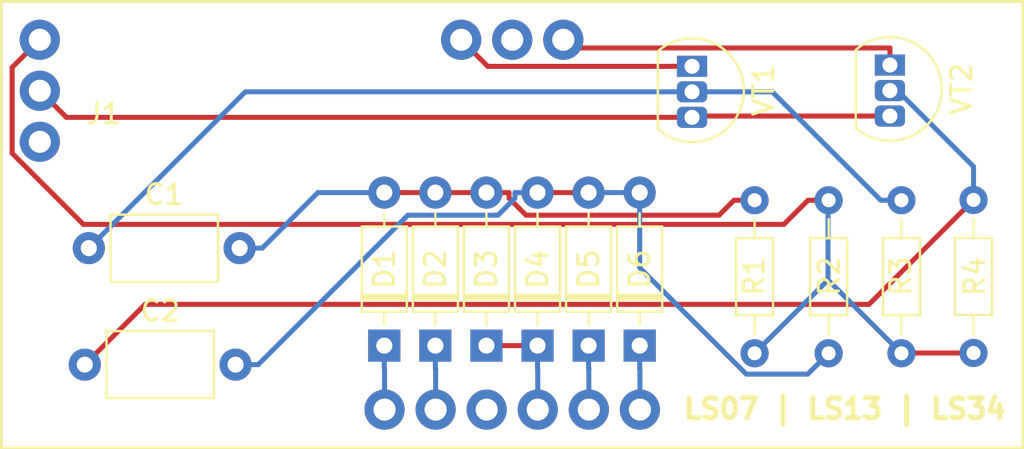
<source format=kicad_pcb>
(kicad_pcb (version 20171130) (host pcbnew "(5.0.0)")

  (general
    (thickness 1.6)
    (drawings 1)
    (tracks 75)
    (zones 0)
    (modules 15)
    (nets 14)
  )

  (page A4)
  (layers
    (0 F.Cu signal)
    (31 B.Cu signal)
    (32 B.Adhes user)
    (33 F.Adhes user)
    (34 B.Paste user)
    (35 F.Paste user)
    (36 B.SilkS user)
    (37 F.SilkS user)
    (38 B.Mask user)
    (39 F.Mask user)
    (40 Dwgs.User user)
    (41 Cmts.User user)
    (42 Eco1.User user)
    (43 Eco2.User user)
    (44 Edge.Cuts user)
    (45 Margin user)
    (46 B.CrtYd user)
    (47 F.CrtYd user)
    (48 B.Fab user)
    (49 F.Fab user hide)
  )

  (setup
    (last_trace_width 0.25)
    (trace_clearance 0.2)
    (zone_clearance 0.508)
    (zone_45_only no)
    (trace_min 0.2)
    (segment_width 0.2)
    (edge_width 0.1)
    (via_size 0.8)
    (via_drill 0.4)
    (via_min_size 0.4)
    (via_min_drill 0.3)
    (uvia_size 0.3)
    (uvia_drill 0.1)
    (uvias_allowed no)
    (uvia_min_size 0.2)
    (uvia_min_drill 0.1)
    (pcb_text_width 0.3)
    (pcb_text_size 1.5 1.5)
    (mod_edge_width 0.15)
    (mod_text_size 1 1)
    (mod_text_width 0.15)
    (pad_size 1.5 1.5)
    (pad_drill 0.6)
    (pad_to_mask_clearance 0)
    (aux_axis_origin 0 0)
    (visible_elements 7FFFFFFF)
    (pcbplotparams
      (layerselection 0x010fc_ffffffff)
      (usegerberextensions false)
      (usegerberattributes false)
      (usegerberadvancedattributes false)
      (creategerberjobfile false)
      (excludeedgelayer true)
      (linewidth 0.100000)
      (plotframeref false)
      (viasonmask false)
      (mode 1)
      (useauxorigin false)
      (hpglpennumber 1)
      (hpglpenspeed 20)
      (hpglpendiameter 15.000000)
      (psnegative false)
      (psa4output false)
      (plotreference true)
      (plotvalue true)
      (plotinvisibletext false)
      (padsonsilk false)
      (subtractmaskfromsilk false)
      (outputformat 1)
      (mirror false)
      (drillshape 0)
      (scaleselection 1)
      (outputdirectory "Gerber/"))
  )

  (net 0 "")
  (net 1 1)
  (net 2 2)
  (net 3 4)
  (net 4 5)
  (net 5 6)
  (net 6 +6v)
  (net 7 0v)
  (net 8 13)
  (net 9 "Net-(C1-Pad1)")
  (net 10 "Net-(C1-Pad2)")
  (net 11 "Net-(C2-Pad2)")
  (net 12 "Net-(C2-Pad1)")
  (net 13 11)

  (net_class Default "This is the default net class."
    (clearance 0.2)
    (trace_width 0.25)
    (via_dia 0.8)
    (via_drill 0.4)
    (uvia_dia 0.3)
    (uvia_drill 0.1)
    (add_net +6v)
    (add_net 0v)
    (add_net 1)
    (add_net 11)
    (add_net 13)
    (add_net 2)
    (add_net 4)
    (add_net 5)
    (add_net 6)
    (add_net "Net-(C1-Pad1)")
    (add_net "Net-(C1-Pad2)")
    (add_net "Net-(C2-Pad1)")
    (add_net "Net-(C2-Pad2)")
  )

  (module Capacitor_THT:C_Axial_L5.1mm_D3.1mm_P7.50mm_Horizontal (layer F.Cu) (tedit 5AE50EF0) (tstamp 5DC9EFB2)
    (at 122.4 71.6)
    (descr "C, Axial series, Axial, Horizontal, pin pitch=7.5mm, , length*diameter=5.1*3.1mm^2, http://www.vishay.com/docs/45231/arseries.pdf")
    (tags "C Axial series Axial Horizontal pin pitch 7.5mm  length 5.1mm diameter 3.1mm")
    (path /5DCA2A20)
    (fp_text reference C1 (at 3.75 -2.67) (layer F.SilkS)
      (effects (font (size 1 1) (thickness 0.15)))
    )
    (fp_text value C (at 3.75 2.67) (layer F.Fab)
      (effects (font (size 1 1) (thickness 0.15)))
    )
    (fp_text user %R (at 3.75 0) (layer F.Fab)
      (effects (font (size 1 1) (thickness 0.15)))
    )
    (fp_line (start 8.55 -1.8) (end -1.05 -1.8) (layer F.CrtYd) (width 0.05))
    (fp_line (start 8.55 1.8) (end 8.55 -1.8) (layer F.CrtYd) (width 0.05))
    (fp_line (start -1.05 1.8) (end 8.55 1.8) (layer F.CrtYd) (width 0.05))
    (fp_line (start -1.05 -1.8) (end -1.05 1.8) (layer F.CrtYd) (width 0.05))
    (fp_line (start 6.46 0) (end 6.42 0) (layer F.SilkS) (width 0.12))
    (fp_line (start 1.04 0) (end 1.08 0) (layer F.SilkS) (width 0.12))
    (fp_line (start 6.42 -1.67) (end 1.08 -1.67) (layer F.SilkS) (width 0.12))
    (fp_line (start 6.42 1.67) (end 6.42 -1.67) (layer F.SilkS) (width 0.12))
    (fp_line (start 1.08 1.67) (end 6.42 1.67) (layer F.SilkS) (width 0.12))
    (fp_line (start 1.08 -1.67) (end 1.08 1.67) (layer F.SilkS) (width 0.12))
    (fp_line (start 7.5 0) (end 6.3 0) (layer F.Fab) (width 0.1))
    (fp_line (start 0 0) (end 1.2 0) (layer F.Fab) (width 0.1))
    (fp_line (start 6.3 -1.55) (end 1.2 -1.55) (layer F.Fab) (width 0.1))
    (fp_line (start 6.3 1.55) (end 6.3 -1.55) (layer F.Fab) (width 0.1))
    (fp_line (start 1.2 1.55) (end 6.3 1.55) (layer F.Fab) (width 0.1))
    (fp_line (start 1.2 -1.55) (end 1.2 1.55) (layer F.Fab) (width 0.1))
    (pad 2 thru_hole oval (at 7.5 0) (size 1.6 1.6) (drill 0.8) (layers *.Cu *.Mask)
      (net 10 "Net-(C1-Pad2)"))
    (pad 1 thru_hole circle (at 0 0) (size 1.6 1.6) (drill 0.8) (layers *.Cu *.Mask)
      (net 9 "Net-(C1-Pad1)"))
    (model ${KISYS3DMOD}/Capacitor_THT.3dshapes/C_Axial_L5.1mm_D3.1mm_P7.50mm_Horizontal.wrl
      (at (xyz 0 0 0))
      (scale (xyz 1 1 1))
      (rotate (xyz 0 0 0))
    )
  )

  (module Capacitor_THT:C_Axial_L5.1mm_D3.1mm_P7.50mm_Horizontal (layer F.Cu) (tedit 5AE50EF0) (tstamp 5DCA40D6)
    (at 122.2 77.4)
    (descr "C, Axial series, Axial, Horizontal, pin pitch=7.5mm, , length*diameter=5.1*3.1mm^2, http://www.vishay.com/docs/45231/arseries.pdf")
    (tags "C Axial series Axial Horizontal pin pitch 7.5mm  length 5.1mm diameter 3.1mm")
    (path /5DCAFBB2)
    (fp_text reference C2 (at 3.75 -2.67) (layer F.SilkS)
      (effects (font (size 1 1) (thickness 0.15)))
    )
    (fp_text value C (at 3.75 2.67) (layer F.Fab)
      (effects (font (size 1 1) (thickness 0.15)))
    )
    (fp_text user %R (at 3.75 0) (layer F.Fab)
      (effects (font (size 1 1) (thickness 0.15)))
    )
    (fp_line (start 8.55 -1.8) (end -1.05 -1.8) (layer F.CrtYd) (width 0.05))
    (fp_line (start 8.55 1.8) (end 8.55 -1.8) (layer F.CrtYd) (width 0.05))
    (fp_line (start -1.05 1.8) (end 8.55 1.8) (layer F.CrtYd) (width 0.05))
    (fp_line (start -1.05 -1.8) (end -1.05 1.8) (layer F.CrtYd) (width 0.05))
    (fp_line (start 6.46 0) (end 6.42 0) (layer F.SilkS) (width 0.12))
    (fp_line (start 1.04 0) (end 1.08 0) (layer F.SilkS) (width 0.12))
    (fp_line (start 6.42 -1.67) (end 1.08 -1.67) (layer F.SilkS) (width 0.12))
    (fp_line (start 6.42 1.67) (end 6.42 -1.67) (layer F.SilkS) (width 0.12))
    (fp_line (start 1.08 1.67) (end 6.42 1.67) (layer F.SilkS) (width 0.12))
    (fp_line (start 1.08 -1.67) (end 1.08 1.67) (layer F.SilkS) (width 0.12))
    (fp_line (start 7.5 0) (end 6.3 0) (layer F.Fab) (width 0.1))
    (fp_line (start 0 0) (end 1.2 0) (layer F.Fab) (width 0.1))
    (fp_line (start 6.3 -1.55) (end 1.2 -1.55) (layer F.Fab) (width 0.1))
    (fp_line (start 6.3 1.55) (end 6.3 -1.55) (layer F.Fab) (width 0.1))
    (fp_line (start 1.2 1.55) (end 6.3 1.55) (layer F.Fab) (width 0.1))
    (fp_line (start 1.2 -1.55) (end 1.2 1.55) (layer F.Fab) (width 0.1))
    (pad 2 thru_hole oval (at 7.5 0) (size 1.6 1.6) (drill 0.8) (layers *.Cu *.Mask)
      (net 11 "Net-(C2-Pad2)"))
    (pad 1 thru_hole circle (at 0 0) (size 1.6 1.6) (drill 0.8) (layers *.Cu *.Mask)
      (net 12 "Net-(C2-Pad1)"))
    (model ${KISYS3DMOD}/Capacitor_THT.3dshapes/C_Axial_L5.1mm_D3.1mm_P7.50mm_Horizontal.wrl
      (at (xyz 0 0 0))
      (scale (xyz 1 1 1))
      (rotate (xyz 0 0 0))
    )
  )

  (module ELLIOTT:LSA (layer F.Cu) (tedit 5C6009BE) (tstamp 5C40BFCB)
    (at 123.138 64.4005)
    (path /5C320323)
    (fp_text reference J1 (at 0 0.5) (layer F.SilkS)
      (effects (font (size 1 1) (thickness 0.15)))
    )
    (fp_text value LSAConnect (at 0 -0.5) (layer F.Fab)
      (effects (font (size 1 1) (thickness 0.15)))
    )
    (fp_line (start -5.08 17.145) (end -5.08 -5.08) (layer F.SilkS) (width 0.15))
    (fp_line (start 45.72 17.145) (end -5.08 17.145) (layer F.SilkS) (width 0.15))
    (fp_line (start 45.72 -5.08) (end 45.72 17.145) (layer F.SilkS) (width 0.15))
    (fp_line (start -5.08 -5.08) (end 45.72 -5.08) (layer F.SilkS) (width 0.15))
    (pad 13 thru_hole circle (at 22.86 -3.175) (size 2 2) (drill 1.1) (layers *.Cu *.Mask)
      (net 8 13))
    (pad 12 thru_hole circle (at 20.32 -3.175) (size 2 2) (drill 1.1) (layers *.Cu *.Mask))
    (pad 11 thru_hole circle (at 17.78 -3.175) (size 2 2) (drill 1.1) (layers *.Cu *.Mask)
      (net 13 11))
    (pad 6 thru_hole circle (at 26.67 15.24) (size 2 2) (drill 1.1) (layers *.Cu *.Mask)
      (net 5 6))
    (pad 5 thru_hole circle (at 24.13 15.24) (size 2 2) (drill 1.1) (layers *.Cu *.Mask)
      (net 4 5))
    (pad 4 thru_hole circle (at 21.59 15.24) (size 2 2) (drill 1.1) (layers *.Cu *.Mask)
      (net 3 4))
    (pad 3 thru_hole circle (at 19.05 15.24) (size 2 2) (drill 1.1) (layers *.Cu *.Mask))
    (pad 2 thru_hole circle (at 16.51 15.24) (size 2 2) (drill 1.1) (layers *.Cu *.Mask)
      (net 2 2))
    (pad 1 thru_hole circle (at 13.97 15.24) (size 2 2) (drill 1.1) (layers *.Cu *.Mask)
      (net 1 1))
    (pad 23 thru_hole circle (at -3.175 1.905) (size 2 2) (drill 1.1) (layers *.Cu *.Mask))
    (pad 22 thru_hole circle (at -3.175 -0.635) (size 2 2) (drill 1.1) (layers *.Cu *.Mask)
      (net 7 0v))
    (pad 21 thru_hole circle (at -3.175 -3.175) (size 2 2) (drill 1.1) (layers *.Cu *.Mask)
      (net 6 +6v))
  )

  (module ELLIOTT:D_DO-35_SOD27_P7.62mm_Horizontal (layer F.Cu) (tedit 5B9AA396) (tstamp 5C40BEC5)
    (at 137.096 76.454 90)
    (descr "Diode, DO-35_SOD27 series, Axial, Horizontal, pin pitch=7.62mm, , length*diameter=4*2mm^2, , http://www.diodes.com/_files/packages/DO-35.pdf")
    (tags "Diode DO-35_SOD27 series Axial Horizontal pin pitch 7.62mm  length 4mm diameter 2mm")
    (path /5B96A028)
    (fp_text reference D1 (at 3.81 0 90) (layer F.SilkS)
      (effects (font (size 1 1) (thickness 0.15)))
    )
    (fp_text value 1N4148 (at 3.81 2.12 90) (layer F.Fab)
      (effects (font (size 1 1) (thickness 0.15)))
    )
    (fp_line (start 2.41 -1) (end 2.41 1) (layer F.Fab) (width 0.1))
    (fp_line (start 2.51 -1) (end 2.51 1) (layer F.Fab) (width 0.1))
    (fp_line (start 2.31 -1) (end 2.31 1) (layer F.Fab) (width 0.1))
    (fp_line (start 1.69 -1.12) (end 1.69 1.12) (layer F.SilkS) (width 0.12))
    (fp_line (start 1.69 1.12) (end 5.93 1.12) (layer F.SilkS) (width 0.12))
    (fp_line (start 5.93 1.12) (end 5.93 -1.12) (layer F.SilkS) (width 0.12))
    (fp_line (start 5.93 -1.12) (end 1.69 -1.12) (layer F.SilkS) (width 0.12))
    (fp_line (start 1.04 0) (end 1.69 0) (layer F.SilkS) (width 0.12))
    (fp_line (start 6.58 0) (end 5.93 0) (layer F.SilkS) (width 0.12))
    (fp_line (start 2.41 -1.12) (end 2.41 1.12) (layer F.SilkS) (width 0.12))
    (fp_line (start 2.53 -1.12) (end 2.53 1.12) (layer F.SilkS) (width 0.12))
    (fp_line (start 2.29 -1.12) (end 2.29 1.12) (layer F.SilkS) (width 0.12))
    (fp_line (start -1.05 -1.25) (end -1.05 1.25) (layer F.CrtYd) (width 0.05))
    (fp_line (start -1.05 1.25) (end 8.67 1.25) (layer F.CrtYd) (width 0.05))
    (fp_line (start 8.67 1.25) (end 8.67 -1.25) (layer F.CrtYd) (width 0.05))
    (fp_line (start 8.67 -1.25) (end -1.05 -1.25) (layer F.CrtYd) (width 0.05))
    (pad 1 thru_hole rect (at 0 0 90) (size 1.6 1.6) (drill 0.8) (layers *.Cu *.Mask)
      (net 1 1))
    (pad 2 thru_hole oval (at 7.62 0 90) (size 1.6 1.6) (drill 0.8) (layers *.Cu *.Mask)
      (net 10 "Net-(C1-Pad2)"))
    (model ${KISYS3DMOD}/Diode_THT.3dshapes/D_DO-35_SOD27_P7.62mm_Horizontal.wrl
      (at (xyz 0 0 0))
      (scale (xyz 1 1 1))
      (rotate (xyz 0 0 0))
    )
  )

  (module ELLIOTT:D_DO-35_SOD27_P7.62mm_Horizontal (layer F.Cu) (tedit 5B9AA396) (tstamp 5C40BEDB)
    (at 139.636 76.454 90)
    (descr "Diode, DO-35_SOD27 series, Axial, Horizontal, pin pitch=7.62mm, , length*diameter=4*2mm^2, , http://www.diodes.com/_files/packages/DO-35.pdf")
    (tags "Diode DO-35_SOD27 series Axial Horizontal pin pitch 7.62mm  length 4mm diameter 2mm")
    (path /5B96A061)
    (fp_text reference D2 (at 3.81 0 90) (layer F.SilkS)
      (effects (font (size 1 1) (thickness 0.15)))
    )
    (fp_text value 1N4148 (at 3.81 2.12 90) (layer F.Fab)
      (effects (font (size 1 1) (thickness 0.15)))
    )
    (fp_line (start 2.41 -1) (end 2.41 1) (layer F.Fab) (width 0.1))
    (fp_line (start 2.51 -1) (end 2.51 1) (layer F.Fab) (width 0.1))
    (fp_line (start 2.31 -1) (end 2.31 1) (layer F.Fab) (width 0.1))
    (fp_line (start 1.69 -1.12) (end 1.69 1.12) (layer F.SilkS) (width 0.12))
    (fp_line (start 1.69 1.12) (end 5.93 1.12) (layer F.SilkS) (width 0.12))
    (fp_line (start 5.93 1.12) (end 5.93 -1.12) (layer F.SilkS) (width 0.12))
    (fp_line (start 5.93 -1.12) (end 1.69 -1.12) (layer F.SilkS) (width 0.12))
    (fp_line (start 1.04 0) (end 1.69 0) (layer F.SilkS) (width 0.12))
    (fp_line (start 6.58 0) (end 5.93 0) (layer F.SilkS) (width 0.12))
    (fp_line (start 2.41 -1.12) (end 2.41 1.12) (layer F.SilkS) (width 0.12))
    (fp_line (start 2.53 -1.12) (end 2.53 1.12) (layer F.SilkS) (width 0.12))
    (fp_line (start 2.29 -1.12) (end 2.29 1.12) (layer F.SilkS) (width 0.12))
    (fp_line (start -1.05 -1.25) (end -1.05 1.25) (layer F.CrtYd) (width 0.05))
    (fp_line (start -1.05 1.25) (end 8.67 1.25) (layer F.CrtYd) (width 0.05))
    (fp_line (start 8.67 1.25) (end 8.67 -1.25) (layer F.CrtYd) (width 0.05))
    (fp_line (start 8.67 -1.25) (end -1.05 -1.25) (layer F.CrtYd) (width 0.05))
    (pad 1 thru_hole rect (at 0 0 90) (size 1.6 1.6) (drill 0.8) (layers *.Cu *.Mask)
      (net 2 2))
    (pad 2 thru_hole oval (at 7.62 0 90) (size 1.6 1.6) (drill 0.8) (layers *.Cu *.Mask)
      (net 10 "Net-(C1-Pad2)"))
    (model ${KISYS3DMOD}/Diode_THT.3dshapes/D_DO-35_SOD27_P7.62mm_Horizontal.wrl
      (at (xyz 0 0 0))
      (scale (xyz 1 1 1))
      (rotate (xyz 0 0 0))
    )
  )

  (module ELLIOTT:D_DO-35_SOD27_P7.62mm_Horizontal (layer F.Cu) (tedit 5B9AA396) (tstamp 5C40BEF1)
    (at 142.176 76.454 90)
    (descr "Diode, DO-35_SOD27 series, Axial, Horizontal, pin pitch=7.62mm, , length*diameter=4*2mm^2, , http://www.diodes.com/_files/packages/DO-35.pdf")
    (tags "Diode DO-35_SOD27 series Axial Horizontal pin pitch 7.62mm  length 4mm diameter 2mm")
    (path /5B96AD4B)
    (fp_text reference D3 (at 3.81 0 90) (layer F.SilkS)
      (effects (font (size 1 1) (thickness 0.15)))
    )
    (fp_text value 1N4148 (at 3.81 2.12 90) (layer F.Fab)
      (effects (font (size 1 1) (thickness 0.15)))
    )
    (fp_line (start 2.41 -1) (end 2.41 1) (layer F.Fab) (width 0.1))
    (fp_line (start 2.51 -1) (end 2.51 1) (layer F.Fab) (width 0.1))
    (fp_line (start 2.31 -1) (end 2.31 1) (layer F.Fab) (width 0.1))
    (fp_line (start 1.69 -1.12) (end 1.69 1.12) (layer F.SilkS) (width 0.12))
    (fp_line (start 1.69 1.12) (end 5.93 1.12) (layer F.SilkS) (width 0.12))
    (fp_line (start 5.93 1.12) (end 5.93 -1.12) (layer F.SilkS) (width 0.12))
    (fp_line (start 5.93 -1.12) (end 1.69 -1.12) (layer F.SilkS) (width 0.12))
    (fp_line (start 1.04 0) (end 1.69 0) (layer F.SilkS) (width 0.12))
    (fp_line (start 6.58 0) (end 5.93 0) (layer F.SilkS) (width 0.12))
    (fp_line (start 2.41 -1.12) (end 2.41 1.12) (layer F.SilkS) (width 0.12))
    (fp_line (start 2.53 -1.12) (end 2.53 1.12) (layer F.SilkS) (width 0.12))
    (fp_line (start 2.29 -1.12) (end 2.29 1.12) (layer F.SilkS) (width 0.12))
    (fp_line (start -1.05 -1.25) (end -1.05 1.25) (layer F.CrtYd) (width 0.05))
    (fp_line (start -1.05 1.25) (end 8.67 1.25) (layer F.CrtYd) (width 0.05))
    (fp_line (start 8.67 1.25) (end 8.67 -1.25) (layer F.CrtYd) (width 0.05))
    (fp_line (start 8.67 -1.25) (end -1.05 -1.25) (layer F.CrtYd) (width 0.05))
    (pad 1 thru_hole rect (at 0 0 90) (size 1.6 1.6) (drill 0.8) (layers *.Cu *.Mask)
      (net 3 4))
    (pad 2 thru_hole oval (at 7.62 0 90) (size 1.6 1.6) (drill 0.8) (layers *.Cu *.Mask)
      (net 10 "Net-(C1-Pad2)"))
    (model ${KISYS3DMOD}/Diode_THT.3dshapes/D_DO-35_SOD27_P7.62mm_Horizontal.wrl
      (at (xyz 0 0 0))
      (scale (xyz 1 1 1))
      (rotate (xyz 0 0 0))
    )
  )

  (module ELLIOTT:D_DO-35_SOD27_P7.62mm_Horizontal (layer F.Cu) (tedit 5B9AA396) (tstamp 5C40BF07)
    (at 144.716 76.454 90)
    (descr "Diode, DO-35_SOD27 series, Axial, Horizontal, pin pitch=7.62mm, , length*diameter=4*2mm^2, , http://www.diodes.com/_files/packages/DO-35.pdf")
    (tags "Diode DO-35_SOD27 series Axial Horizontal pin pitch 7.62mm  length 4mm diameter 2mm")
    (path /5B96B3E1)
    (fp_text reference D4 (at 3.81 0 90) (layer F.SilkS)
      (effects (font (size 1 1) (thickness 0.15)))
    )
    (fp_text value 1N4148 (at 3.81 2.12 90) (layer F.Fab)
      (effects (font (size 1 1) (thickness 0.15)))
    )
    (fp_line (start 2.41 -1) (end 2.41 1) (layer F.Fab) (width 0.1))
    (fp_line (start 2.51 -1) (end 2.51 1) (layer F.Fab) (width 0.1))
    (fp_line (start 2.31 -1) (end 2.31 1) (layer F.Fab) (width 0.1))
    (fp_line (start 1.69 -1.12) (end 1.69 1.12) (layer F.SilkS) (width 0.12))
    (fp_line (start 1.69 1.12) (end 5.93 1.12) (layer F.SilkS) (width 0.12))
    (fp_line (start 5.93 1.12) (end 5.93 -1.12) (layer F.SilkS) (width 0.12))
    (fp_line (start 5.93 -1.12) (end 1.69 -1.12) (layer F.SilkS) (width 0.12))
    (fp_line (start 1.04 0) (end 1.69 0) (layer F.SilkS) (width 0.12))
    (fp_line (start 6.58 0) (end 5.93 0) (layer F.SilkS) (width 0.12))
    (fp_line (start 2.41 -1.12) (end 2.41 1.12) (layer F.SilkS) (width 0.12))
    (fp_line (start 2.53 -1.12) (end 2.53 1.12) (layer F.SilkS) (width 0.12))
    (fp_line (start 2.29 -1.12) (end 2.29 1.12) (layer F.SilkS) (width 0.12))
    (fp_line (start -1.05 -1.25) (end -1.05 1.25) (layer F.CrtYd) (width 0.05))
    (fp_line (start -1.05 1.25) (end 8.67 1.25) (layer F.CrtYd) (width 0.05))
    (fp_line (start 8.67 1.25) (end 8.67 -1.25) (layer F.CrtYd) (width 0.05))
    (fp_line (start 8.67 -1.25) (end -1.05 -1.25) (layer F.CrtYd) (width 0.05))
    (pad 1 thru_hole rect (at 0 0 90) (size 1.6 1.6) (drill 0.8) (layers *.Cu *.Mask)
      (net 3 4))
    (pad 2 thru_hole oval (at 7.62 0 90) (size 1.6 1.6) (drill 0.8) (layers *.Cu *.Mask)
      (net 11 "Net-(C2-Pad2)"))
    (model ${KISYS3DMOD}/Diode_THT.3dshapes/D_DO-35_SOD27_P7.62mm_Horizontal.wrl
      (at (xyz 0 0 0))
      (scale (xyz 1 1 1))
      (rotate (xyz 0 0 0))
    )
  )

  (module ELLIOTT:D_DO-35_SOD27_P7.62mm_Horizontal (layer F.Cu) (tedit 5B9AA396) (tstamp 5C40BF1D)
    (at 147.256 76.454 90)
    (descr "Diode, DO-35_SOD27 series, Axial, Horizontal, pin pitch=7.62mm, , length*diameter=4*2mm^2, , http://www.diodes.com/_files/packages/DO-35.pdf")
    (tags "Diode DO-35_SOD27 series Axial Horizontal pin pitch 7.62mm  length 4mm diameter 2mm")
    (path /5B96B3C3)
    (fp_text reference D5 (at 3.81 0 90) (layer F.SilkS)
      (effects (font (size 1 1) (thickness 0.15)))
    )
    (fp_text value 1N4148 (at 3.81 2.12 90) (layer F.Fab)
      (effects (font (size 1 1) (thickness 0.15)))
    )
    (fp_line (start 2.41 -1) (end 2.41 1) (layer F.Fab) (width 0.1))
    (fp_line (start 2.51 -1) (end 2.51 1) (layer F.Fab) (width 0.1))
    (fp_line (start 2.31 -1) (end 2.31 1) (layer F.Fab) (width 0.1))
    (fp_line (start 1.69 -1.12) (end 1.69 1.12) (layer F.SilkS) (width 0.12))
    (fp_line (start 1.69 1.12) (end 5.93 1.12) (layer F.SilkS) (width 0.12))
    (fp_line (start 5.93 1.12) (end 5.93 -1.12) (layer F.SilkS) (width 0.12))
    (fp_line (start 5.93 -1.12) (end 1.69 -1.12) (layer F.SilkS) (width 0.12))
    (fp_line (start 1.04 0) (end 1.69 0) (layer F.SilkS) (width 0.12))
    (fp_line (start 6.58 0) (end 5.93 0) (layer F.SilkS) (width 0.12))
    (fp_line (start 2.41 -1.12) (end 2.41 1.12) (layer F.SilkS) (width 0.12))
    (fp_line (start 2.53 -1.12) (end 2.53 1.12) (layer F.SilkS) (width 0.12))
    (fp_line (start 2.29 -1.12) (end 2.29 1.12) (layer F.SilkS) (width 0.12))
    (fp_line (start -1.05 -1.25) (end -1.05 1.25) (layer F.CrtYd) (width 0.05))
    (fp_line (start -1.05 1.25) (end 8.67 1.25) (layer F.CrtYd) (width 0.05))
    (fp_line (start 8.67 1.25) (end 8.67 -1.25) (layer F.CrtYd) (width 0.05))
    (fp_line (start 8.67 -1.25) (end -1.05 -1.25) (layer F.CrtYd) (width 0.05))
    (pad 1 thru_hole rect (at 0 0 90) (size 1.6 1.6) (drill 0.8) (layers *.Cu *.Mask)
      (net 4 5))
    (pad 2 thru_hole oval (at 7.62 0 90) (size 1.6 1.6) (drill 0.8) (layers *.Cu *.Mask)
      (net 11 "Net-(C2-Pad2)"))
    (model ${KISYS3DMOD}/Diode_THT.3dshapes/D_DO-35_SOD27_P7.62mm_Horizontal.wrl
      (at (xyz 0 0 0))
      (scale (xyz 1 1 1))
      (rotate (xyz 0 0 0))
    )
  )

  (module ELLIOTT:D_DO-35_SOD27_P7.62mm_Horizontal (layer F.Cu) (tedit 5B9AA396) (tstamp 5C40BF33)
    (at 149.796 76.454 90)
    (descr "Diode, DO-35_SOD27 series, Axial, Horizontal, pin pitch=7.62mm, , length*diameter=4*2mm^2, , http://www.diodes.com/_files/packages/DO-35.pdf")
    (tags "Diode DO-35_SOD27 series Axial Horizontal pin pitch 7.62mm  length 4mm diameter 2mm")
    (path /5B96B3C9)
    (fp_text reference D6 (at 3.81 0 90) (layer F.SilkS)
      (effects (font (size 1 1) (thickness 0.15)))
    )
    (fp_text value 1N4148 (at 3.81 2.12 90) (layer F.Fab)
      (effects (font (size 1 1) (thickness 0.15)))
    )
    (fp_line (start 2.41 -1) (end 2.41 1) (layer F.Fab) (width 0.1))
    (fp_line (start 2.51 -1) (end 2.51 1) (layer F.Fab) (width 0.1))
    (fp_line (start 2.31 -1) (end 2.31 1) (layer F.Fab) (width 0.1))
    (fp_line (start 1.69 -1.12) (end 1.69 1.12) (layer F.SilkS) (width 0.12))
    (fp_line (start 1.69 1.12) (end 5.93 1.12) (layer F.SilkS) (width 0.12))
    (fp_line (start 5.93 1.12) (end 5.93 -1.12) (layer F.SilkS) (width 0.12))
    (fp_line (start 5.93 -1.12) (end 1.69 -1.12) (layer F.SilkS) (width 0.12))
    (fp_line (start 1.04 0) (end 1.69 0) (layer F.SilkS) (width 0.12))
    (fp_line (start 6.58 0) (end 5.93 0) (layer F.SilkS) (width 0.12))
    (fp_line (start 2.41 -1.12) (end 2.41 1.12) (layer F.SilkS) (width 0.12))
    (fp_line (start 2.53 -1.12) (end 2.53 1.12) (layer F.SilkS) (width 0.12))
    (fp_line (start 2.29 -1.12) (end 2.29 1.12) (layer F.SilkS) (width 0.12))
    (fp_line (start -1.05 -1.25) (end -1.05 1.25) (layer F.CrtYd) (width 0.05))
    (fp_line (start -1.05 1.25) (end 8.67 1.25) (layer F.CrtYd) (width 0.05))
    (fp_line (start 8.67 1.25) (end 8.67 -1.25) (layer F.CrtYd) (width 0.05))
    (fp_line (start 8.67 -1.25) (end -1.05 -1.25) (layer F.CrtYd) (width 0.05))
    (pad 1 thru_hole rect (at 0 0 90) (size 1.6 1.6) (drill 0.8) (layers *.Cu *.Mask)
      (net 5 6))
    (pad 2 thru_hole oval (at 7.62 0 90) (size 1.6 1.6) (drill 0.8) (layers *.Cu *.Mask)
      (net 11 "Net-(C2-Pad2)"))
    (model ${KISYS3DMOD}/Diode_THT.3dshapes/D_DO-35_SOD27_P7.62mm_Horizontal.wrl
      (at (xyz 0 0 0))
      (scale (xyz 1 1 1))
      (rotate (xyz 0 0 0))
    )
  )

  (module ELLIOTT:R_Axial_DIN0204_L3.6mm_D1.6mm_P7.62mm_Horizontal (layer F.Cu) (tedit 5B9AA3EA) (tstamp 5C40BFDB)
    (at 155.512 76.835 90)
    (descr "Resistor, Axial_DIN0204 series, Axial, Horizontal, pin pitch=7.62mm, 0.167W, length*diameter=3.6*1.6mm^2, http://cdn-reichelt.de/documents/datenblatt/B400/1_4W%23YAG.pdf")
    (tags "Resistor Axial_DIN0204 series Axial Horizontal pin pitch 7.62mm 0.167W length 3.6mm diameter 1.6mm")
    (path /5B96A14D)
    (fp_text reference R1 (at 3.841499 -0.023001 90) (layer F.SilkS)
      (effects (font (size 1 1) (thickness 0.15)))
    )
    (fp_text value 820 (at 3.81 1.92 90) (layer F.Fab)
      (effects (font (size 1 1) (thickness 0.15)))
    )
    (fp_line (start 1.89 -0.92) (end 1.89 0.92) (layer F.SilkS) (width 0.12))
    (fp_line (start 1.89 0.92) (end 5.73 0.92) (layer F.SilkS) (width 0.12))
    (fp_line (start 5.73 0.92) (end 5.73 -0.92) (layer F.SilkS) (width 0.12))
    (fp_line (start 5.73 -0.92) (end 1.89 -0.92) (layer F.SilkS) (width 0.12))
    (fp_line (start 0.94 0) (end 1.89 0) (layer F.SilkS) (width 0.12))
    (fp_line (start 6.68 0) (end 5.73 0) (layer F.SilkS) (width 0.12))
    (fp_line (start -1.05 -1.25) (end -1.05 1.25) (layer F.CrtYd) (width 0.05))
    (fp_line (start -1.05 1.25) (end 8.67 1.25) (layer F.CrtYd) (width 0.05))
    (fp_line (start 8.67 1.25) (end 8.67 -1.25) (layer F.CrtYd) (width 0.05))
    (fp_line (start 8.67 -1.25) (end -1.05 -1.25) (layer F.CrtYd) (width 0.05))
    (pad 1 thru_hole circle (at 0 0 90) (size 1.4 1.4) (drill 0.7) (layers *.Cu *.Mask)
      (net 6 +6v))
    (pad 2 thru_hole oval (at 7.62 0 90) (size 1.4 1.4) (drill 0.7) (layers *.Cu *.Mask)
      (net 10 "Net-(C1-Pad2)"))
    (model ${KISYS3DMOD}/Resistor_THT.3dshapes/R_Axial_DIN0204_L3.6mm_D1.6mm_P7.62mm_Horizontal.wrl
      (at (xyz 0 0 0))
      (scale (xyz 1 1 1))
      (rotate (xyz 0 0 0))
    )
  )

  (module ELLIOTT:R_Axial_DIN0204_L3.6mm_D1.6mm_P7.62mm_Horizontal (layer F.Cu) (tedit 5B9AA3EA) (tstamp 5C40BFEB)
    (at 159.194 76.835 90)
    (descr "Resistor, Axial_DIN0204 series, Axial, Horizontal, pin pitch=7.62mm, 0.167W, length*diameter=3.6*1.6mm^2, http://cdn-reichelt.de/documents/datenblatt/B400/1_4W%23YAG.pdf")
    (tags "Resistor Axial_DIN0204 series Axial Horizontal pin pitch 7.62mm 0.167W length 3.6mm diameter 1.6mm")
    (path /5B96B3CF)
    (fp_text reference R2 (at 3.841499 0.030499 90) (layer F.SilkS)
      (effects (font (size 1 1) (thickness 0.15)))
    )
    (fp_text value 820 (at 3.81 1.92 90) (layer F.Fab)
      (effects (font (size 1 1) (thickness 0.15)))
    )
    (fp_line (start 1.89 -0.92) (end 1.89 0.92) (layer F.SilkS) (width 0.12))
    (fp_line (start 1.89 0.92) (end 5.73 0.92) (layer F.SilkS) (width 0.12))
    (fp_line (start 5.73 0.92) (end 5.73 -0.92) (layer F.SilkS) (width 0.12))
    (fp_line (start 5.73 -0.92) (end 1.89 -0.92) (layer F.SilkS) (width 0.12))
    (fp_line (start 0.94 0) (end 1.89 0) (layer F.SilkS) (width 0.12))
    (fp_line (start 6.68 0) (end 5.73 0) (layer F.SilkS) (width 0.12))
    (fp_line (start -1.05 -1.25) (end -1.05 1.25) (layer F.CrtYd) (width 0.05))
    (fp_line (start -1.05 1.25) (end 8.67 1.25) (layer F.CrtYd) (width 0.05))
    (fp_line (start 8.67 1.25) (end 8.67 -1.25) (layer F.CrtYd) (width 0.05))
    (fp_line (start 8.67 -1.25) (end -1.05 -1.25) (layer F.CrtYd) (width 0.05))
    (pad 1 thru_hole circle (at 0 0 90) (size 1.4 1.4) (drill 0.7) (layers *.Cu *.Mask)
      (net 11 "Net-(C2-Pad2)"))
    (pad 2 thru_hole oval (at 7.62 0 90) (size 1.4 1.4) (drill 0.7) (layers *.Cu *.Mask)
      (net 6 +6v))
    (model ${KISYS3DMOD}/Resistor_THT.3dshapes/R_Axial_DIN0204_L3.6mm_D1.6mm_P7.62mm_Horizontal.wrl
      (at (xyz 0 0 0))
      (scale (xyz 1 1 1))
      (rotate (xyz 0 0 0))
    )
  )

  (module ELLIOTT:R_Axial_DIN0204_L3.6mm_D1.6mm_P7.62mm_Horizontal (layer F.Cu) (tedit 5B9AA3EA) (tstamp 5C40BFFB)
    (at 162.814 76.835 90)
    (descr "Resistor, Axial_DIN0204 series, Axial, Horizontal, pin pitch=7.62mm, 0.167W, length*diameter=3.6*1.6mm^2, http://cdn-reichelt.de/documents/datenblatt/B400/1_4W%23YAG.pdf")
    (tags "Resistor Axial_DIN0204 series Axial Horizontal pin pitch 7.62mm 0.167W length 3.6mm diameter 1.6mm")
    (path /5DCA2A85)
    (fp_text reference R3 (at 3.841499 -0.043001 90) (layer F.SilkS)
      (effects (font (size 1 1) (thickness 0.15)))
    )
    (fp_text value 2k7 (at 3.81 1.92 90) (layer F.Fab)
      (effects (font (size 1 1) (thickness 0.15)))
    )
    (fp_line (start 1.89 -0.92) (end 1.89 0.92) (layer F.SilkS) (width 0.12))
    (fp_line (start 1.89 0.92) (end 5.73 0.92) (layer F.SilkS) (width 0.12))
    (fp_line (start 5.73 0.92) (end 5.73 -0.92) (layer F.SilkS) (width 0.12))
    (fp_line (start 5.73 -0.92) (end 1.89 -0.92) (layer F.SilkS) (width 0.12))
    (fp_line (start 0.94 0) (end 1.89 0) (layer F.SilkS) (width 0.12))
    (fp_line (start 6.68 0) (end 5.73 0) (layer F.SilkS) (width 0.12))
    (fp_line (start -1.05 -1.25) (end -1.05 1.25) (layer F.CrtYd) (width 0.05))
    (fp_line (start -1.05 1.25) (end 8.67 1.25) (layer F.CrtYd) (width 0.05))
    (fp_line (start 8.67 1.25) (end 8.67 -1.25) (layer F.CrtYd) (width 0.05))
    (fp_line (start 8.67 -1.25) (end -1.05 -1.25) (layer F.CrtYd) (width 0.05))
    (pad 1 thru_hole circle (at 0 0 90) (size 1.4 1.4) (drill 0.7) (layers *.Cu *.Mask)
      (net 6 +6v))
    (pad 2 thru_hole oval (at 7.62 0 90) (size 1.4 1.4) (drill 0.7) (layers *.Cu *.Mask)
      (net 9 "Net-(C1-Pad1)"))
    (model ${KISYS3DMOD}/Resistor_THT.3dshapes/R_Axial_DIN0204_L3.6mm_D1.6mm_P7.62mm_Horizontal.wrl
      (at (xyz 0 0 0))
      (scale (xyz 1 1 1))
      (rotate (xyz 0 0 0))
    )
  )

  (module ELLIOTT:R_Axial_DIN0204_L3.6mm_D1.6mm_P7.62mm_Horizontal (layer F.Cu) (tedit 5B9AA3EA) (tstamp 5C40C00B)
    (at 166.4 69.2 270)
    (descr "Resistor, Axial_DIN0204 series, Axial, Horizontal, pin pitch=7.62mm, 0.167W, length*diameter=3.6*1.6mm^2, http://cdn-reichelt.de/documents/datenblatt/B400/1_4W%23YAG.pdf")
    (tags "Resistor Axial_DIN0204 series Axial Horizontal pin pitch 7.62mm 0.167W length 3.6mm diameter 1.6mm")
    (path /5B96B3D5)
    (fp_text reference R4 (at 3.81 -0.0635 270) (layer F.SilkS)
      (effects (font (size 1 1) (thickness 0.15)))
    )
    (fp_text value 2k7 (at 3.81 1.92 270) (layer F.Fab)
      (effects (font (size 1 1) (thickness 0.15)))
    )
    (fp_line (start 1.89 -0.92) (end 1.89 0.92) (layer F.SilkS) (width 0.12))
    (fp_line (start 1.89 0.92) (end 5.73 0.92) (layer F.SilkS) (width 0.12))
    (fp_line (start 5.73 0.92) (end 5.73 -0.92) (layer F.SilkS) (width 0.12))
    (fp_line (start 5.73 -0.92) (end 1.89 -0.92) (layer F.SilkS) (width 0.12))
    (fp_line (start 0.94 0) (end 1.89 0) (layer F.SilkS) (width 0.12))
    (fp_line (start 6.68 0) (end 5.73 0) (layer F.SilkS) (width 0.12))
    (fp_line (start -1.05 -1.25) (end -1.05 1.25) (layer F.CrtYd) (width 0.05))
    (fp_line (start -1.05 1.25) (end 8.67 1.25) (layer F.CrtYd) (width 0.05))
    (fp_line (start 8.67 1.25) (end 8.67 -1.25) (layer F.CrtYd) (width 0.05))
    (fp_line (start 8.67 -1.25) (end -1.05 -1.25) (layer F.CrtYd) (width 0.05))
    (pad 1 thru_hole circle (at 0 0 270) (size 1.4 1.4) (drill 0.7) (layers *.Cu *.Mask)
      (net 12 "Net-(C2-Pad1)"))
    (pad 2 thru_hole oval (at 7.62 0 270) (size 1.4 1.4) (drill 0.7) (layers *.Cu *.Mask)
      (net 6 +6v))
    (model ${KISYS3DMOD}/Resistor_THT.3dshapes/R_Axial_DIN0204_L3.6mm_D1.6mm_P7.62mm_Horizontal.wrl
      (at (xyz 0 0 0))
      (scale (xyz 1 1 1))
      (rotate (xyz 0 0 0))
    )
  )

  (module ELLIOTT:TO-92L_Inline (layer F.Cu) (tedit 5C9F942C) (tstamp 5C9F8AA6)
    (at 152.4 62.5475 270)
    (descr "TO-92L leads in-line (large body variant of TO-92), also known as TO-226, wide, drill 0.75mm (see https://www.diodes.com/assets/Package-Files/TO92L.pdf and http://www.ti.com/lit/an/snoa059/snoa059.pdf)")
    (tags "TO-92L Inline Wide transistor")
    (path /5C40D16C)
    (fp_text reference VT1 (at 1.19 -3.56 270) (layer F.SilkS)
      (effects (font (size 1 1) (thickness 0.15)))
    )
    (fp_text value BC548 (at 1.19 2.79 270) (layer F.Fab)
      (effects (font (size 1 1) (thickness 0.15)))
    )
    (fp_arc (start 1.19 0) (end 1.19 -2.48) (angle -130.2499344) (layer F.Fab) (width 0.1))
    (fp_arc (start 1.19 0) (end 1.19 -2.48) (angle 129.9527847) (layer F.Fab) (width 0.1))
    (fp_arc (start 1.19 0) (end -0.75 1.7) (angle 262.164354) (layer F.SilkS) (width 0.12))
    (fp_line (start 3.95 1.85) (end -1.55 1.85) (layer F.CrtYd) (width 0.05))
    (fp_line (start 3.95 1.85) (end 3.95 -2.75) (layer F.CrtYd) (width 0.05))
    (fp_line (start -1.55 -2.75) (end -1.55 1.85) (layer F.CrtYd) (width 0.05))
    (fp_line (start -1.55 -2.75) (end 3.95 -2.75) (layer F.CrtYd) (width 0.05))
    (fp_line (start -0.7 1.6) (end 3.05 1.6) (layer F.Fab) (width 0.1))
    (fp_line (start -0.75 1.7) (end 3.1 1.7) (layer F.SilkS) (width 0.12))
    (fp_text user %R (at 1.19 -3.56 270) (layer F.Fab)
      (effects (font (size 1 1) (thickness 0.15)))
    )
    (pad 3 thru_hole rect (at 0 0 270) (size 1.05 1.5) (drill 0.75) (layers *.Cu *.Mask)
      (net 13 11))
    (pad 1 thru_hole roundrect (at 2.54 0 270) (size 1.05 1.5) (drill 0.75) (layers *.Cu *.Mask) (roundrect_rratio 0.25)
      (net 7 0v))
    (pad 2 thru_hole roundrect (at 1.27 0 270) (size 1.05 1.5) (drill 0.75) (layers *.Cu *.Mask) (roundrect_rratio 0.25)
      (net 9 "Net-(C1-Pad1)"))
    (model ${KISYS3DMOD}/Package_TO_SOT_THT.3dshapes/TO-92L_Inline.wrl
      (at (xyz 0 0 0))
      (scale (xyz 1 1 1))
      (rotate (xyz 0 0 0))
    )
  )

  (module ELLIOTT:TO-92L_Inline (layer F.Cu) (tedit 5C9F942C) (tstamp 5C9F8AB6)
    (at 162.242 62.484 270)
    (descr "TO-92L leads in-line (large body variant of TO-92), also known as TO-226, wide, drill 0.75mm (see https://www.diodes.com/assets/Package-Files/TO92L.pdf and http://www.ti.com/lit/an/snoa059/snoa059.pdf)")
    (tags "TO-92L Inline Wide transistor")
    (path /5B96B3E7)
    (fp_text reference VT2 (at 1.19 -3.56 270) (layer F.SilkS)
      (effects (font (size 1 1) (thickness 0.15)))
    )
    (fp_text value BC548 (at 1.19 2.79 270) (layer F.Fab)
      (effects (font (size 1 1) (thickness 0.15)))
    )
    (fp_arc (start 1.19 0) (end 1.19 -2.48) (angle -130.2499344) (layer F.Fab) (width 0.1))
    (fp_arc (start 1.19 0) (end 1.19 -2.48) (angle 129.9527847) (layer F.Fab) (width 0.1))
    (fp_arc (start 1.19 0) (end -0.75 1.7) (angle 262.164354) (layer F.SilkS) (width 0.12))
    (fp_line (start 3.95 1.85) (end -1.55 1.85) (layer F.CrtYd) (width 0.05))
    (fp_line (start 3.95 1.85) (end 3.95 -2.75) (layer F.CrtYd) (width 0.05))
    (fp_line (start -1.55 -2.75) (end -1.55 1.85) (layer F.CrtYd) (width 0.05))
    (fp_line (start -1.55 -2.75) (end 3.95 -2.75) (layer F.CrtYd) (width 0.05))
    (fp_line (start -0.7 1.6) (end 3.05 1.6) (layer F.Fab) (width 0.1))
    (fp_line (start -0.75 1.7) (end 3.1 1.7) (layer F.SilkS) (width 0.12))
    (fp_text user %R (at 1.19 -3.56 270) (layer F.Fab)
      (effects (font (size 1 1) (thickness 0.15)))
    )
    (pad 3 thru_hole rect (at 0 0 270) (size 1.05 1.5) (drill 0.75) (layers *.Cu *.Mask)
      (net 8 13))
    (pad 1 thru_hole roundrect (at 2.54 0 270) (size 1.05 1.5) (drill 0.75) (layers *.Cu *.Mask) (roundrect_rratio 0.25)
      (net 7 0v))
    (pad 2 thru_hole roundrect (at 1.27 0 270) (size 1.05 1.5) (drill 0.75) (layers *.Cu *.Mask) (roundrect_rratio 0.25)
      (net 12 "Net-(C2-Pad1)"))
    (model ${KISYS3DMOD}/Package_TO_SOT_THT.3dshapes/TO-92L_Inline.wrl
      (at (xyz 0 0 0))
      (scale (xyz 1 1 1))
      (rotate (xyz 0 0 0))
    )
  )

  (gr_text "LS07 | LS13 | LS34" (at 160 79.6) (layer F.SilkS)
    (effects (font (size 1 1) (thickness 0.25)))
  )

  (segment (start 137.096 76.454) (end 137.096 77.5793) (width 0.25) (layer B.Cu) (net 1))
  (segment (start 137.096 77.5793) (end 137.108 77.5913) (width 0.25) (layer B.Cu) (net 1))
  (segment (start 137.108 77.5913) (end 137.108 79.6405) (width 0.25) (layer B.Cu) (net 1))
  (segment (start 139.636 76.454) (end 139.636 77.5793) (width 0.25) (layer B.Cu) (net 2))
  (segment (start 139.636 77.5793) (end 139.648 77.5913) (width 0.25) (layer B.Cu) (net 2))
  (segment (start 139.648 77.5913) (end 139.648 79.6405) (width 0.25) (layer B.Cu) (net 2))
  (segment (start 144.716 76.454) (end 144.716 77.5793) (width 0.25) (layer B.Cu) (net 3))
  (segment (start 144.716 77.5793) (end 144.728 77.5913) (width 0.25) (layer B.Cu) (net 3))
  (segment (start 144.728 77.5913) (end 144.728 79.6405) (width 0.25) (layer B.Cu) (net 3))
  (segment (start 144.716 76.454) (end 142.176 76.454) (width 0.25) (layer F.Cu) (net 3))
  (segment (start 147.256 76.454) (end 147.256 77.5793) (width 0.25) (layer B.Cu) (net 4))
  (segment (start 147.256 77.5793) (end 147.268 77.5913) (width 0.25) (layer B.Cu) (net 4))
  (segment (start 147.268 77.5913) (end 147.268 79.6405) (width 0.25) (layer B.Cu) (net 4))
  (segment (start 149.796 76.454) (end 149.796 77.5793) (width 0.25) (layer B.Cu) (net 5))
  (segment (start 149.796 77.5793) (end 149.808 77.5913) (width 0.25) (layer B.Cu) (net 5))
  (segment (start 149.808 77.5913) (end 149.808 79.6405) (width 0.25) (layer B.Cu) (net 5))
  (segment (start 159.194 69.215) (end 158.1687 69.215) (width 0.25) (layer F.Cu) (net 6))
  (segment (start 158.1687 69.215) (end 156.9651 70.4186) (width 0.25) (layer F.Cu) (net 6))
  (segment (start 156.9651 70.4186) (end 122.1293 70.4186) (width 0.25) (layer F.Cu) (net 6))
  (segment (start 122.1293 70.4186) (end 118.5872 66.8765) (width 0.25) (layer F.Cu) (net 6))
  (segment (start 118.5872 66.8765) (end 118.5872 62.6013) (width 0.25) (layer F.Cu) (net 6))
  (segment (start 118.5872 62.6013) (end 119.963 61.2255) (width 0.25) (layer F.Cu) (net 6))
  (segment (start 159.163 73.184) (end 162.814 76.835) (width 0.25) (layer B.Cu) (net 6))
  (segment (start 159.194 69.7276) (end 159.163 69.7586) (width 0.25) (layer B.Cu) (net 6))
  (segment (start 159.163 69.7586) (end 159.163 73.184) (width 0.25) (layer B.Cu) (net 6))
  (segment (start 159.163 73.184) (end 155.512 76.835) (width 0.25) (layer B.Cu) (net 6))
  (segment (start 159.194 69.215) (end 159.194 69.7276) (width 0.25) (layer B.Cu) (net 6))
  (segment (start 166.4 76.82) (end 162.829 76.82) (width 0.25) (layer F.Cu) (net 6))
  (segment (start 162.829 76.82) (end 162.814 76.835) (width 0.25) (layer F.Cu) (net 6))
  (segment (start 119.963 63.7655) (end 121.285 65.0875) (width 0.25) (layer F.Cu) (net 7))
  (segment (start 121.285 65.0875) (end 152.4 65.0875) (width 0.25) (layer F.Cu) (net 7))
  (segment (start 162.242 65.024) (end 152.4635 65.024) (width 0.25) (layer F.Cu) (net 7))
  (segment (start 152.4635 65.024) (end 152.4 65.0875) (width 0.25) (layer F.Cu) (net 7))
  (segment (start 162.242 62.484) (end 162.242 61.6337) (width 0.25) (layer F.Cu) (net 8))
  (segment (start 162.242 61.6337) (end 146.4062 61.6337) (width 0.25) (layer F.Cu) (net 8))
  (segment (start 146.4062 61.6337) (end 145.998 61.2255) (width 0.25) (layer F.Cu) (net 8))
  (segment (start 152.4 63.8175) (end 130.1825 63.8175) (width 0.25) (layer B.Cu) (net 9))
  (segment (start 130.1825 63.8175) (end 122.4 71.6) (width 0.25) (layer B.Cu) (net 9))
  (segment (start 161.7887 69.215) (end 156.3912 63.8175) (width 0.25) (layer B.Cu) (net 9))
  (segment (start 156.3912 63.8175) (end 152.4 63.8175) (width 0.25) (layer B.Cu) (net 9))
  (segment (start 162.814 69.215) (end 161.7887 69.215) (width 0.25) (layer B.Cu) (net 9))
  (segment (start 142.176 68.834) (end 143.3013 68.834) (width 0.25) (layer F.Cu) (net 10))
  (segment (start 155.512 69.215) (end 154.4867 69.215) (width 0.25) (layer F.Cu) (net 10))
  (segment (start 154.4867 69.215) (end 153.7424 69.9593) (width 0.25) (layer F.Cu) (net 10))
  (segment (start 153.7424 69.9593) (end 144.1452 69.9593) (width 0.25) (layer F.Cu) (net 10))
  (segment (start 144.1452 69.9593) (end 143.3013 69.1154) (width 0.25) (layer F.Cu) (net 10))
  (segment (start 143.3013 69.1154) (end 143.3013 68.834) (width 0.25) (layer F.Cu) (net 10))
  (segment (start 129.9 71.6) (end 131.0253 71.6) (width 0.25) (layer B.Cu) (net 10))
  (segment (start 137.096 68.834) (end 133.7913 68.834) (width 0.25) (layer B.Cu) (net 10))
  (segment (start 133.7913 68.834) (end 131.0253 71.6) (width 0.25) (layer B.Cu) (net 10))
  (segment (start 139.636 68.834) (end 137.096 68.834) (width 0.25) (layer F.Cu) (net 10))
  (segment (start 142.176 68.834) (end 139.636 68.834) (width 0.25) (layer F.Cu) (net 10))
  (segment (start 159.194 76.835) (end 158.1564 77.8726) (width 0.25) (layer B.Cu) (net 11))
  (segment (start 158.1564 77.8726) (end 155.0962 77.8726) (width 0.25) (layer B.Cu) (net 11))
  (segment (start 155.0962 77.8726) (end 149.796 72.5724) (width 0.25) (layer B.Cu) (net 11))
  (segment (start 149.796 72.5724) (end 149.796 68.834) (width 0.25) (layer B.Cu) (net 11))
  (segment (start 149.796 68.834) (end 148.3813 68.834) (width 0.25) (layer B.Cu) (net 11))
  (segment (start 147.256 68.834) (end 148.3813 68.834) (width 0.25) (layer B.Cu) (net 11))
  (segment (start 129.7 77.4) (end 130.8253 77.4) (width 0.25) (layer B.Cu) (net 11))
  (segment (start 144.716 68.834) (end 143.5907 68.834) (width 0.25) (layer B.Cu) (net 11))
  (segment (start 143.5907 68.834) (end 143.5907 69.1154) (width 0.25) (layer B.Cu) (net 11))
  (segment (start 143.5907 69.1154) (end 142.7468 69.9593) (width 0.25) (layer B.Cu) (net 11))
  (segment (start 142.7468 69.9593) (end 138.266 69.9593) (width 0.25) (layer B.Cu) (net 11))
  (segment (start 138.266 69.9593) (end 130.8253 77.4) (width 0.25) (layer B.Cu) (net 11))
  (segment (start 147.256 68.834) (end 144.716 68.834) (width 0.25) (layer F.Cu) (net 11))
  (segment (start 166.4 69.2) (end 161.2 74.4) (width 0.25) (layer F.Cu) (net 12))
  (segment (start 161.2 74.4) (end 125.2 74.4) (width 0.25) (layer F.Cu) (net 12))
  (segment (start 125.2 74.4) (end 122.2 77.4) (width 0.25) (layer F.Cu) (net 12))
  (segment (start 162.242 63.754) (end 162.6148 63.754) (width 0.25) (layer B.Cu) (net 12))
  (segment (start 162.6148 63.754) (end 166.4 67.5392) (width 0.25) (layer B.Cu) (net 12))
  (segment (start 166.4 67.5392) (end 166.4 69.2) (width 0.25) (layer B.Cu) (net 12))
  (segment (start 152.4 62.5475) (end 151.3247 62.5475) (width 0.25) (layer F.Cu) (net 13))
  (segment (start 151.3247 62.5475) (end 151.3213 62.5509) (width 0.25) (layer F.Cu) (net 13))
  (segment (start 151.3213 62.5509) (end 142.2434 62.5509) (width 0.25) (layer F.Cu) (net 13))
  (segment (start 142.2434 62.5509) (end 140.918 61.2255) (width 0.25) (layer F.Cu) (net 13))

)

</source>
